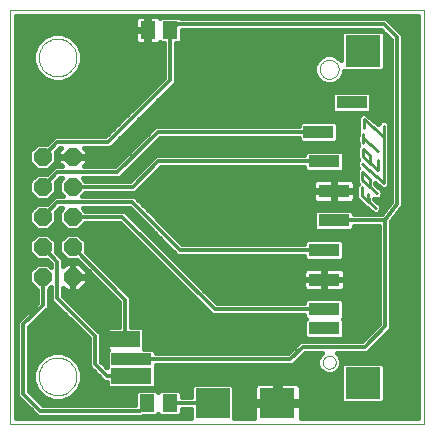
<source format=gtl>
G75*
G70*
%OFA0B0*%
%FSLAX24Y24*%
%IPPOS*%
%LPD*%
%AMOC8*
5,1,8,0,0,1.08239X$1,22.5*
%
%ADD10C,0.0000*%
%ADD11R,0.0512X0.0591*%
%ADD12R,0.1181X0.1063*%
%ADD13R,0.1043X0.0433*%
%ADD14R,0.1378X0.0551*%
%ADD15R,0.1378X0.0394*%
%ADD16R,0.0984X0.0551*%
%ADD17OC8,0.0600*%
%ADD18R,0.1181X0.0984*%
%ADD19C,0.0160*%
%ADD20C,0.0100*%
%ADD21C,0.0120*%
D10*
X000377Y000377D02*
X014156Y000377D01*
X014156Y014156D01*
X000377Y014156D01*
X000377Y000377D01*
X001322Y001952D02*
X001324Y002002D01*
X001330Y002052D01*
X001340Y002101D01*
X001354Y002149D01*
X001371Y002196D01*
X001392Y002241D01*
X001417Y002285D01*
X001445Y002326D01*
X001477Y002365D01*
X001511Y002402D01*
X001548Y002436D01*
X001588Y002466D01*
X001630Y002493D01*
X001674Y002517D01*
X001720Y002538D01*
X001767Y002554D01*
X001815Y002567D01*
X001865Y002576D01*
X001914Y002581D01*
X001965Y002582D01*
X002015Y002579D01*
X002064Y002572D01*
X002113Y002561D01*
X002161Y002546D01*
X002207Y002528D01*
X002252Y002506D01*
X002295Y002480D01*
X002336Y002451D01*
X002375Y002419D01*
X002411Y002384D01*
X002443Y002346D01*
X002473Y002306D01*
X002500Y002263D01*
X002523Y002219D01*
X002542Y002173D01*
X002558Y002125D01*
X002570Y002076D01*
X002578Y002027D01*
X002582Y001977D01*
X002582Y001927D01*
X002578Y001877D01*
X002570Y001828D01*
X002558Y001779D01*
X002542Y001731D01*
X002523Y001685D01*
X002500Y001641D01*
X002473Y001598D01*
X002443Y001558D01*
X002411Y001520D01*
X002375Y001485D01*
X002336Y001453D01*
X002295Y001424D01*
X002252Y001398D01*
X002207Y001376D01*
X002161Y001358D01*
X002113Y001343D01*
X002064Y001332D01*
X002015Y001325D01*
X001965Y001322D01*
X001914Y001323D01*
X001865Y001328D01*
X001815Y001337D01*
X001767Y001350D01*
X001720Y001366D01*
X001674Y001387D01*
X001630Y001411D01*
X001588Y001438D01*
X001548Y001468D01*
X001511Y001502D01*
X001477Y001539D01*
X001445Y001578D01*
X001417Y001619D01*
X001392Y001663D01*
X001371Y001708D01*
X001354Y001755D01*
X001340Y001803D01*
X001330Y001852D01*
X001324Y001902D01*
X001322Y001952D01*
X010790Y002424D02*
X010792Y002453D01*
X010798Y002481D01*
X010807Y002509D01*
X010820Y002535D01*
X010837Y002558D01*
X010856Y002580D01*
X010878Y002599D01*
X010903Y002614D01*
X010929Y002627D01*
X010957Y002635D01*
X010985Y002640D01*
X011014Y002641D01*
X011043Y002638D01*
X011071Y002631D01*
X011098Y002621D01*
X011124Y002607D01*
X011147Y002590D01*
X011168Y002570D01*
X011186Y002547D01*
X011201Y002522D01*
X011212Y002495D01*
X011220Y002467D01*
X011224Y002438D01*
X011224Y002410D01*
X011220Y002381D01*
X011212Y002353D01*
X011201Y002326D01*
X011186Y002301D01*
X011168Y002278D01*
X011147Y002258D01*
X011124Y002241D01*
X011098Y002227D01*
X011071Y002217D01*
X011043Y002210D01*
X011014Y002207D01*
X010985Y002208D01*
X010957Y002213D01*
X010929Y002221D01*
X010903Y002234D01*
X010878Y002249D01*
X010856Y002268D01*
X010837Y002290D01*
X010820Y002313D01*
X010807Y002339D01*
X010798Y002367D01*
X010792Y002395D01*
X010790Y002424D01*
X010692Y012188D02*
X010694Y012223D01*
X010700Y012258D01*
X010710Y012292D01*
X010723Y012325D01*
X010740Y012356D01*
X010761Y012384D01*
X010784Y012411D01*
X010811Y012434D01*
X010839Y012455D01*
X010870Y012472D01*
X010903Y012485D01*
X010937Y012495D01*
X010972Y012501D01*
X011007Y012503D01*
X011042Y012501D01*
X011077Y012495D01*
X011111Y012485D01*
X011144Y012472D01*
X011175Y012455D01*
X011203Y012434D01*
X011230Y012411D01*
X011253Y012384D01*
X011274Y012356D01*
X011291Y012325D01*
X011304Y012292D01*
X011314Y012258D01*
X011320Y012223D01*
X011322Y012188D01*
X011320Y012153D01*
X011314Y012118D01*
X011304Y012084D01*
X011291Y012051D01*
X011274Y012020D01*
X011253Y011992D01*
X011230Y011965D01*
X011203Y011942D01*
X011175Y011921D01*
X011144Y011904D01*
X011111Y011891D01*
X011077Y011881D01*
X011042Y011875D01*
X011007Y011873D01*
X010972Y011875D01*
X010937Y011881D01*
X010903Y011891D01*
X010870Y011904D01*
X010839Y011921D01*
X010811Y011942D01*
X010784Y011965D01*
X010761Y011992D01*
X010740Y012020D01*
X010723Y012051D01*
X010710Y012084D01*
X010700Y012118D01*
X010694Y012153D01*
X010692Y012188D01*
X001322Y012582D02*
X001324Y012632D01*
X001330Y012682D01*
X001340Y012731D01*
X001354Y012779D01*
X001371Y012826D01*
X001392Y012871D01*
X001417Y012915D01*
X001445Y012956D01*
X001477Y012995D01*
X001511Y013032D01*
X001548Y013066D01*
X001588Y013096D01*
X001630Y013123D01*
X001674Y013147D01*
X001720Y013168D01*
X001767Y013184D01*
X001815Y013197D01*
X001865Y013206D01*
X001914Y013211D01*
X001965Y013212D01*
X002015Y013209D01*
X002064Y013202D01*
X002113Y013191D01*
X002161Y013176D01*
X002207Y013158D01*
X002252Y013136D01*
X002295Y013110D01*
X002336Y013081D01*
X002375Y013049D01*
X002411Y013014D01*
X002443Y012976D01*
X002473Y012936D01*
X002500Y012893D01*
X002523Y012849D01*
X002542Y012803D01*
X002558Y012755D01*
X002570Y012706D01*
X002578Y012657D01*
X002582Y012607D01*
X002582Y012557D01*
X002578Y012507D01*
X002570Y012458D01*
X002558Y012409D01*
X002542Y012361D01*
X002523Y012315D01*
X002500Y012271D01*
X002473Y012228D01*
X002443Y012188D01*
X002411Y012150D01*
X002375Y012115D01*
X002336Y012083D01*
X002295Y012054D01*
X002252Y012028D01*
X002207Y012006D01*
X002161Y011988D01*
X002113Y011973D01*
X002064Y011962D01*
X002015Y011955D01*
X001965Y011952D01*
X001914Y011953D01*
X001865Y011958D01*
X001815Y011967D01*
X001767Y011980D01*
X001720Y011996D01*
X001674Y012017D01*
X001630Y012041D01*
X001588Y012068D01*
X001548Y012098D01*
X001511Y012132D01*
X001477Y012169D01*
X001445Y012208D01*
X001417Y012249D01*
X001392Y012293D01*
X001371Y012338D01*
X001354Y012385D01*
X001340Y012433D01*
X001330Y012482D01*
X001324Y012532D01*
X001322Y012582D01*
D11*
X004957Y013500D03*
X005705Y013500D03*
X005688Y001064D03*
X004940Y001064D03*
D12*
X012129Y001735D03*
X012129Y012798D03*
D13*
X011749Y011086D03*
X010647Y010101D03*
X010843Y009117D03*
X011158Y008133D03*
X011158Y007149D03*
X010843Y006164D03*
X010843Y005180D03*
X010843Y004196D03*
X010843Y003556D03*
D14*
X004412Y001971D03*
D15*
X004412Y002523D03*
D16*
X004215Y003192D03*
D17*
X002452Y005267D03*
X002452Y006267D03*
X002452Y007267D03*
X002452Y008267D03*
X002452Y009267D03*
X001452Y009267D03*
X001452Y008267D03*
X001452Y007267D03*
X001452Y006267D03*
X001452Y005267D03*
D18*
X007116Y001064D03*
X009281Y001064D03*
D19*
X009201Y001011D02*
X007847Y001011D01*
X007847Y000852D02*
X008511Y000852D01*
X008511Y000984D02*
X008511Y000557D01*
X007847Y000557D01*
X007847Y001614D01*
X007765Y001696D01*
X006467Y001696D01*
X006385Y001614D01*
X006385Y001264D01*
X006084Y001264D01*
X006084Y001418D01*
X006002Y001500D01*
X005374Y001500D01*
X005314Y001440D01*
X005254Y001500D01*
X004626Y001500D01*
X004544Y001418D01*
X004544Y001014D01*
X001460Y001014D01*
X001014Y001460D01*
X001014Y003607D01*
X001534Y004127D01*
X001652Y004244D01*
X001652Y004844D01*
X001739Y004932D01*
X001739Y004482D01*
X002989Y003232D01*
X002989Y002294D01*
X003107Y002177D01*
X003512Y001771D01*
X003583Y001771D01*
X003583Y001638D01*
X003665Y001556D01*
X005159Y001556D01*
X005241Y001638D01*
X005241Y002323D01*
X009793Y002323D01*
X009910Y002440D01*
X010210Y002739D01*
X010761Y002739D01*
X010671Y002649D01*
X010610Y002503D01*
X010610Y002345D01*
X010671Y002199D01*
X010782Y002088D01*
X010928Y002028D01*
X011086Y002028D01*
X011231Y002088D01*
X011343Y002199D01*
X011403Y002345D01*
X011403Y002503D01*
X011343Y002649D01*
X011252Y002739D01*
X012272Y002739D01*
X013077Y003544D01*
X013077Y007121D01*
X013079Y007124D01*
X013412Y007557D01*
X013461Y007607D01*
X013461Y007621D01*
X013470Y007633D01*
X013461Y007702D01*
X013461Y013335D01*
X013024Y013772D01*
X012907Y013889D01*
X006065Y013889D01*
X006019Y013936D01*
X005391Y013936D01*
X005358Y013903D01*
X005357Y013906D01*
X005323Y013940D01*
X005282Y013963D01*
X005236Y013976D01*
X005005Y013976D01*
X005005Y013548D01*
X004909Y013548D01*
X004909Y013452D01*
X005005Y013452D01*
X005005Y013025D01*
X005236Y013025D01*
X005282Y013037D01*
X005323Y013061D01*
X005357Y013095D01*
X005358Y013098D01*
X005391Y013065D01*
X005505Y013065D01*
X005505Y011912D01*
X003544Y009952D01*
X001854Y009952D01*
X001609Y009707D01*
X001269Y009707D01*
X001012Y009449D01*
X001012Y009084D01*
X001269Y008827D01*
X001634Y008827D01*
X001892Y009084D01*
X001892Y009424D01*
X002020Y009552D01*
X002058Y009552D01*
X001972Y009465D01*
X001972Y009287D01*
X002432Y009287D01*
X002432Y009247D01*
X001972Y009247D01*
X001972Y009068D01*
X002088Y008952D01*
X001854Y008952D01*
X001737Y008835D01*
X001609Y008707D01*
X001269Y008707D01*
X001012Y008449D01*
X001012Y008084D01*
X001269Y007827D01*
X001634Y007827D01*
X001892Y008084D01*
X001892Y008424D01*
X002020Y008552D01*
X002115Y008552D01*
X002012Y008449D01*
X002012Y008084D01*
X002144Y007952D01*
X001854Y007952D01*
X001737Y007835D01*
X001609Y007707D01*
X001269Y007707D01*
X001012Y007449D01*
X001012Y007084D01*
X001269Y006827D01*
X001634Y006827D01*
X001892Y007084D01*
X001892Y007424D01*
X002020Y007552D01*
X002115Y007552D01*
X002012Y007449D01*
X002012Y007084D01*
X002269Y006827D01*
X002634Y006827D01*
X002874Y007067D01*
X004029Y007067D01*
X007100Y003996D01*
X010182Y003996D01*
X010182Y003921D01*
X010227Y003876D01*
X010182Y003831D01*
X010182Y003281D01*
X010264Y003199D01*
X011423Y003199D01*
X011505Y003281D01*
X011505Y003831D01*
X011460Y003876D01*
X011505Y003921D01*
X011505Y004470D01*
X011423Y004552D01*
X010264Y004552D01*
X010182Y004470D01*
X010182Y004396D01*
X007266Y004396D01*
X004312Y007349D01*
X004195Y007467D01*
X002874Y007467D01*
X002789Y007552D01*
X004357Y007552D01*
X005827Y006081D01*
X005944Y005964D01*
X010182Y005964D01*
X010182Y005890D01*
X010264Y005808D01*
X011423Y005808D01*
X011505Y005890D01*
X011505Y006439D01*
X011423Y006521D01*
X010264Y006521D01*
X010182Y006439D01*
X010182Y006364D01*
X006110Y006364D01*
X004522Y007952D01*
X002759Y007952D01*
X002874Y008067D01*
X004537Y008067D01*
X005387Y008917D01*
X010182Y008917D01*
X010182Y008842D01*
X010264Y008760D01*
X011423Y008760D01*
X011505Y008842D01*
X011505Y009392D01*
X011423Y009474D01*
X010264Y009474D01*
X010182Y009392D01*
X010182Y009317D01*
X005222Y009317D01*
X004371Y008467D01*
X002874Y008467D01*
X002789Y008552D01*
X004022Y008552D01*
X005372Y009901D01*
X009985Y009901D01*
X009985Y009827D01*
X010067Y009745D01*
X011226Y009745D01*
X011308Y009827D01*
X011308Y010376D01*
X011226Y010458D01*
X010067Y010458D01*
X009985Y010376D01*
X009985Y010301D01*
X005206Y010301D01*
X005089Y010184D01*
X003857Y008952D01*
X002816Y008952D01*
X002932Y009068D01*
X002932Y009247D01*
X002472Y009247D01*
X002472Y009287D01*
X002932Y009287D01*
X002932Y009465D01*
X002845Y009552D01*
X003710Y009552D01*
X003827Y009669D01*
X005787Y011630D01*
X005905Y011747D01*
X005905Y013065D01*
X006019Y013065D01*
X006101Y013147D01*
X006101Y013489D01*
X012741Y013489D01*
X012761Y013470D01*
X011480Y013470D01*
X011398Y013388D01*
X011398Y012496D01*
X011287Y012607D01*
X011105Y012683D01*
X010908Y012683D01*
X010726Y012607D01*
X010587Y012468D01*
X010512Y012286D01*
X010512Y012089D01*
X010587Y011908D01*
X010726Y011768D01*
X010908Y011693D01*
X011105Y011693D01*
X011287Y011768D01*
X011426Y011908D01*
X011502Y012089D01*
X011502Y012127D01*
X012777Y012127D01*
X012859Y012209D01*
X012859Y013371D01*
X013061Y013169D01*
X013061Y007757D01*
X012747Y007349D01*
X011820Y007349D01*
X011820Y007423D01*
X011738Y007505D01*
X010579Y007505D01*
X010497Y007423D01*
X010497Y006874D01*
X010579Y006792D01*
X011738Y006792D01*
X011820Y006874D01*
X011820Y006949D01*
X012677Y006949D01*
X012677Y003710D01*
X012107Y003139D01*
X010044Y003139D01*
X009927Y003022D01*
X009627Y002723D01*
X005241Y002723D01*
X005241Y002777D01*
X005159Y002859D01*
X004848Y002859D01*
X004848Y003525D01*
X004766Y003607D01*
X004415Y003607D01*
X004415Y004586D01*
X004298Y004703D01*
X002892Y006109D01*
X002892Y006449D01*
X002634Y006707D01*
X002269Y006707D01*
X002012Y006449D01*
X002012Y006084D01*
X002269Y005827D01*
X002609Y005827D01*
X004015Y004420D01*
X004015Y003607D01*
X003665Y003607D01*
X003583Y003525D01*
X003583Y002858D01*
X003624Y002818D01*
X003583Y002777D01*
X003583Y002266D01*
X003389Y002460D01*
X003389Y003397D01*
X003272Y003514D01*
X002139Y004647D01*
X002139Y004900D01*
X002253Y004787D01*
X002432Y004787D01*
X002432Y005247D01*
X002472Y005247D01*
X002472Y005287D01*
X002432Y005287D01*
X002432Y005747D01*
X002253Y005747D01*
X002139Y005633D01*
X002139Y005862D01*
X002022Y005979D01*
X001892Y006109D01*
X001892Y006449D01*
X001634Y006707D01*
X001269Y006707D01*
X001012Y006449D01*
X001012Y006084D01*
X001269Y005827D01*
X001609Y005827D01*
X001739Y005696D01*
X001739Y005601D01*
X001634Y005707D01*
X001269Y005707D01*
X001012Y005449D01*
X001012Y005084D01*
X001252Y004844D01*
X001252Y004409D01*
X000614Y003772D01*
X000614Y001294D01*
X000732Y001177D01*
X001177Y000732D01*
X001294Y000614D01*
X004773Y000614D01*
X004788Y000629D01*
X005254Y000629D01*
X005314Y000689D01*
X005374Y000629D01*
X006002Y000629D01*
X006084Y000711D01*
X006084Y000864D01*
X006385Y000864D01*
X006385Y000557D01*
X000557Y000557D01*
X000557Y013976D01*
X013976Y013976D01*
X013976Y000557D01*
X010052Y000557D01*
X010052Y000984D01*
X009361Y000984D01*
X009361Y001144D01*
X009201Y001144D01*
X009201Y000984D01*
X008511Y000984D01*
X008511Y001144D02*
X008511Y001580D01*
X008523Y001626D01*
X008547Y001667D01*
X008580Y001701D01*
X008621Y001724D01*
X008667Y001736D01*
X009201Y001736D01*
X009201Y001144D01*
X008511Y001144D01*
X008511Y001169D02*
X007847Y001169D01*
X007847Y001328D02*
X008511Y001328D01*
X008511Y001486D02*
X007847Y001486D01*
X007816Y001645D02*
X008534Y001645D01*
X009201Y001645D02*
X009361Y001645D01*
X009361Y001736D02*
X009361Y001144D01*
X010052Y001144D01*
X010052Y001580D01*
X010040Y001626D01*
X010016Y001667D01*
X009982Y001701D01*
X009941Y001724D01*
X009896Y001736D01*
X009361Y001736D01*
X009361Y001486D02*
X009201Y001486D01*
X009201Y001328D02*
X009361Y001328D01*
X009361Y001169D02*
X009201Y001169D01*
X009361Y001011D02*
X013976Y001011D01*
X013976Y000852D02*
X010052Y000852D01*
X010052Y000694D02*
X013976Y000694D01*
X013976Y001169D02*
X012859Y001169D01*
X012859Y001146D02*
X012777Y001064D01*
X011480Y001064D01*
X011398Y001146D01*
X011398Y002325D01*
X011480Y002407D01*
X012777Y002407D01*
X012859Y002325D01*
X012859Y001146D01*
X012859Y001328D02*
X013976Y001328D01*
X013976Y001486D02*
X012859Y001486D01*
X012859Y001645D02*
X013976Y001645D01*
X013976Y001803D02*
X012859Y001803D01*
X012859Y001962D02*
X013976Y001962D01*
X013976Y002120D02*
X012859Y002120D01*
X012859Y002279D02*
X013976Y002279D01*
X013976Y002437D02*
X011403Y002437D01*
X011398Y002279D02*
X011376Y002279D01*
X011398Y002120D02*
X011264Y002120D01*
X011398Y001962D02*
X005241Y001962D01*
X005241Y002120D02*
X010750Y002120D01*
X010638Y002279D02*
X005241Y002279D01*
X005241Y002754D02*
X009659Y002754D01*
X009818Y002913D02*
X004848Y002913D01*
X004848Y003071D02*
X009976Y003071D01*
X010233Y003230D02*
X004848Y003230D01*
X004848Y003388D02*
X010182Y003388D01*
X010182Y003547D02*
X004826Y003547D01*
X004415Y003705D02*
X010182Y003705D01*
X010215Y003864D02*
X004415Y003864D01*
X004415Y004022D02*
X007074Y004022D01*
X006915Y004181D02*
X004415Y004181D01*
X004415Y004339D02*
X006757Y004339D01*
X006598Y004498D02*
X004415Y004498D01*
X004345Y004656D02*
X006440Y004656D01*
X006281Y004815D02*
X004186Y004815D01*
X004028Y004973D02*
X006123Y004973D01*
X005964Y005132D02*
X003869Y005132D01*
X003711Y005290D02*
X005805Y005290D01*
X005647Y005449D02*
X003552Y005449D01*
X003394Y005607D02*
X005488Y005607D01*
X005330Y005766D02*
X003235Y005766D01*
X003077Y005924D02*
X005171Y005924D01*
X005013Y006083D02*
X002918Y006083D01*
X002892Y006241D02*
X004854Y006241D01*
X004696Y006400D02*
X002892Y006400D01*
X002782Y006558D02*
X004537Y006558D01*
X004379Y006717D02*
X000557Y006717D01*
X000557Y006875D02*
X001221Y006875D01*
X001062Y007034D02*
X000557Y007034D01*
X000557Y007192D02*
X001012Y007192D01*
X001012Y007351D02*
X000557Y007351D01*
X000557Y007509D02*
X001072Y007509D01*
X001231Y007668D02*
X000557Y007668D01*
X000557Y007826D02*
X001729Y007826D01*
X001792Y007985D02*
X002111Y007985D01*
X002012Y008143D02*
X001892Y008143D01*
X001892Y008302D02*
X002012Y008302D01*
X002023Y008460D02*
X001928Y008460D01*
X001680Y008777D02*
X000557Y008777D01*
X000557Y008619D02*
X001182Y008619D01*
X001023Y008460D02*
X000557Y008460D01*
X000557Y008302D02*
X001012Y008302D01*
X001012Y008143D02*
X000557Y008143D01*
X000557Y007985D02*
X001111Y007985D01*
X001977Y007509D02*
X002072Y007509D01*
X002012Y007351D02*
X001892Y007351D01*
X001892Y007192D02*
X002012Y007192D01*
X002062Y007034D02*
X001841Y007034D01*
X001683Y006875D02*
X002221Y006875D01*
X002121Y006558D02*
X001782Y006558D01*
X001892Y006400D02*
X002012Y006400D01*
X002012Y006241D02*
X001892Y006241D01*
X001918Y006083D02*
X002013Y006083D01*
X002077Y005924D02*
X002172Y005924D01*
X002139Y005766D02*
X002670Y005766D01*
X002650Y005747D02*
X002472Y005747D01*
X002472Y005287D01*
X002932Y005287D01*
X002932Y005465D01*
X002650Y005747D01*
X002790Y005607D02*
X002828Y005607D01*
X002932Y005449D02*
X002987Y005449D01*
X002932Y005290D02*
X003145Y005290D01*
X002932Y005247D02*
X002472Y005247D01*
X002472Y004787D01*
X002650Y004787D01*
X002932Y005068D01*
X002932Y005247D01*
X002932Y005132D02*
X003304Y005132D01*
X003462Y004973D02*
X002837Y004973D01*
X002679Y004815D02*
X003621Y004815D01*
X003779Y004656D02*
X002139Y004656D01*
X002139Y004815D02*
X002225Y004815D01*
X002432Y004815D02*
X002472Y004815D01*
X002472Y004973D02*
X002432Y004973D01*
X002432Y005132D02*
X002472Y005132D01*
X002472Y005290D02*
X002432Y005290D01*
X002432Y005449D02*
X002472Y005449D01*
X002472Y005607D02*
X002432Y005607D01*
X001739Y005607D02*
X001733Y005607D01*
X001670Y005766D02*
X000557Y005766D01*
X000557Y005924D02*
X001172Y005924D01*
X001013Y006083D02*
X000557Y006083D01*
X000557Y006241D02*
X001012Y006241D01*
X001012Y006400D02*
X000557Y006400D01*
X000557Y006558D02*
X001121Y006558D01*
X001170Y005607D02*
X000557Y005607D01*
X000557Y005449D02*
X001012Y005449D01*
X001012Y005290D02*
X000557Y005290D01*
X000557Y005132D02*
X001012Y005132D01*
X001123Y004973D02*
X000557Y004973D01*
X000557Y004815D02*
X001252Y004815D01*
X001252Y004656D02*
X000557Y004656D01*
X000557Y004498D02*
X001252Y004498D01*
X001182Y004339D02*
X000557Y004339D01*
X000557Y004181D02*
X001023Y004181D01*
X000865Y004022D02*
X000557Y004022D01*
X000557Y003864D02*
X000706Y003864D01*
X000614Y003705D02*
X000557Y003705D01*
X000557Y003547D02*
X000614Y003547D01*
X000614Y003388D02*
X000557Y003388D01*
X000557Y003230D02*
X000614Y003230D01*
X000614Y003071D02*
X000557Y003071D01*
X000557Y002913D02*
X000614Y002913D01*
X000614Y002754D02*
X000557Y002754D01*
X000557Y002596D02*
X000614Y002596D01*
X000614Y002437D02*
X000557Y002437D01*
X000557Y002279D02*
X000614Y002279D01*
X000614Y002120D02*
X000557Y002120D01*
X000557Y001962D02*
X000614Y001962D01*
X000614Y001803D02*
X000557Y001803D01*
X000557Y001645D02*
X000614Y001645D01*
X000614Y001486D02*
X000557Y001486D01*
X000557Y001328D02*
X000614Y001328D01*
X000557Y001169D02*
X000739Y001169D01*
X000898Y001011D02*
X000557Y001011D01*
X000557Y000852D02*
X001056Y000852D01*
X001215Y000694D02*
X000557Y000694D01*
X001146Y001328D02*
X001430Y001328D01*
X001493Y001265D02*
X001265Y001493D01*
X001142Y001791D01*
X001142Y002113D01*
X001265Y002410D01*
X001493Y002638D01*
X001791Y002762D01*
X002113Y002762D01*
X002410Y002638D01*
X002638Y002410D01*
X002762Y002113D01*
X002762Y001791D01*
X002638Y001493D01*
X002410Y001265D01*
X002113Y001142D01*
X001791Y001142D01*
X001493Y001265D01*
X001305Y001169D02*
X001724Y001169D01*
X002179Y001169D02*
X004544Y001169D01*
X004544Y001328D02*
X002473Y001328D01*
X002632Y001486D02*
X004613Y001486D01*
X005241Y001645D02*
X006416Y001645D01*
X006385Y001486D02*
X006016Y001486D01*
X006084Y001328D02*
X006385Y001328D01*
X006385Y000852D02*
X006084Y000852D01*
X006067Y000694D02*
X006385Y000694D01*
X005361Y001486D02*
X005268Y001486D01*
X005241Y001803D02*
X011398Y001803D01*
X011398Y001645D02*
X010029Y001645D01*
X010052Y001486D02*
X011398Y001486D01*
X011398Y001328D02*
X010052Y001328D01*
X010052Y001169D02*
X011398Y001169D01*
X010610Y002437D02*
X009908Y002437D01*
X010066Y002596D02*
X010649Y002596D01*
X011365Y002596D02*
X013976Y002596D01*
X013976Y002754D02*
X012287Y002754D01*
X012446Y002913D02*
X013976Y002913D01*
X013976Y003071D02*
X012604Y003071D01*
X012763Y003230D02*
X013976Y003230D01*
X013976Y003388D02*
X012921Y003388D01*
X013077Y003547D02*
X013976Y003547D01*
X013976Y003705D02*
X013077Y003705D01*
X013077Y003864D02*
X013976Y003864D01*
X013976Y004022D02*
X013077Y004022D01*
X013077Y004181D02*
X013976Y004181D01*
X013976Y004339D02*
X013077Y004339D01*
X013077Y004498D02*
X013976Y004498D01*
X013976Y004656D02*
X013077Y004656D01*
X013077Y004815D02*
X013976Y004815D01*
X013976Y004973D02*
X013077Y004973D01*
X013077Y005132D02*
X013976Y005132D01*
X013976Y005290D02*
X013077Y005290D01*
X013077Y005449D02*
X013976Y005449D01*
X013976Y005607D02*
X013077Y005607D01*
X013077Y005766D02*
X013976Y005766D01*
X013976Y005924D02*
X013077Y005924D01*
X013077Y006083D02*
X013976Y006083D01*
X013976Y006241D02*
X013077Y006241D01*
X013077Y006400D02*
X013976Y006400D01*
X013976Y006558D02*
X013077Y006558D01*
X013077Y006717D02*
X013976Y006717D01*
X013976Y006875D02*
X013077Y006875D01*
X013077Y007034D02*
X013976Y007034D01*
X013976Y007192D02*
X013131Y007192D01*
X013079Y007124D02*
X013079Y007124D01*
X013253Y007351D02*
X013976Y007351D01*
X013976Y007509D02*
X013375Y007509D01*
X013466Y007668D02*
X013976Y007668D01*
X013976Y007826D02*
X013461Y007826D01*
X013461Y007985D02*
X013976Y007985D01*
X013976Y008143D02*
X013461Y008143D01*
X013461Y008302D02*
X013976Y008302D01*
X013976Y008460D02*
X013461Y008460D01*
X013461Y008619D02*
X013976Y008619D01*
X013976Y008777D02*
X013461Y008777D01*
X013461Y008936D02*
X013976Y008936D01*
X013976Y009094D02*
X013461Y009094D01*
X013461Y009253D02*
X013976Y009253D01*
X013976Y009411D02*
X013461Y009411D01*
X013461Y009570D02*
X013976Y009570D01*
X013976Y009728D02*
X013461Y009728D01*
X013461Y009887D02*
X013976Y009887D01*
X013976Y010045D02*
X013461Y010045D01*
X013461Y010204D02*
X013976Y010204D01*
X013976Y010362D02*
X013461Y010362D01*
X013461Y010521D02*
X013976Y010521D01*
X013976Y010679D02*
X013461Y010679D01*
X013461Y010838D02*
X013976Y010838D01*
X013976Y010996D02*
X013461Y010996D01*
X013461Y011155D02*
X013976Y011155D01*
X013976Y011313D02*
X013461Y011313D01*
X013461Y011472D02*
X013976Y011472D01*
X013976Y011630D02*
X013461Y011630D01*
X013461Y011789D02*
X013976Y011789D01*
X013976Y011947D02*
X013461Y011947D01*
X013461Y012106D02*
X013976Y012106D01*
X013976Y012264D02*
X013461Y012264D01*
X013461Y012423D02*
X013976Y012423D01*
X013976Y012581D02*
X013461Y012581D01*
X013461Y012740D02*
X013976Y012740D01*
X013976Y012898D02*
X013461Y012898D01*
X013461Y013057D02*
X013976Y013057D01*
X013976Y013215D02*
X013461Y013215D01*
X013422Y013374D02*
X013976Y013374D01*
X013976Y013532D02*
X013264Y013532D01*
X013105Y013691D02*
X013976Y013691D01*
X013976Y013849D02*
X012947Y013849D01*
X013015Y013215D02*
X012859Y013215D01*
X012859Y013057D02*
X013061Y013057D01*
X013061Y012898D02*
X012859Y012898D01*
X012859Y012740D02*
X013061Y012740D01*
X013061Y012581D02*
X012859Y012581D01*
X012859Y012423D02*
X013061Y012423D01*
X013061Y012264D02*
X012859Y012264D01*
X013061Y012106D02*
X011502Y012106D01*
X011443Y011947D02*
X013061Y011947D01*
X013061Y011789D02*
X011308Y011789D01*
X011169Y011442D02*
X011087Y011360D01*
X011087Y010811D01*
X011169Y010729D01*
X012329Y010729D01*
X012411Y010811D01*
X012411Y011360D01*
X012329Y011442D01*
X011169Y011442D01*
X011087Y011313D02*
X005471Y011313D01*
X005313Y011155D02*
X011087Y011155D01*
X011087Y010996D02*
X005154Y010996D01*
X004996Y010838D02*
X011087Y010838D01*
X011308Y010362D02*
X011960Y010362D01*
X011960Y010204D02*
X011308Y010204D01*
X011308Y010045D02*
X011953Y010045D01*
X011949Y009989D02*
X011960Y010129D01*
X011972Y010139D01*
X011959Y010151D01*
X011960Y010525D01*
X011956Y010598D01*
X011960Y010603D01*
X011960Y010610D01*
X012012Y010661D01*
X012060Y010716D01*
X012067Y010716D01*
X012071Y010721D01*
X012145Y010721D01*
X012218Y010725D01*
X012222Y010721D01*
X012229Y010721D01*
X012280Y010669D01*
X012628Y010360D01*
X012627Y010380D01*
X012738Y010493D01*
X012895Y010494D01*
X013007Y010384D01*
X013011Y010011D01*
X013012Y010011D01*
X013012Y009937D01*
X013016Y009864D01*
X013013Y009860D01*
X013013Y009855D01*
X013012Y009854D01*
X013012Y008397D01*
X013016Y008324D01*
X013012Y008319D01*
X013012Y008313D01*
X012960Y008261D01*
X012912Y008206D01*
X012905Y008206D01*
X012901Y008201D01*
X012828Y008201D01*
X012755Y008197D01*
X012750Y008201D01*
X012743Y008201D01*
X012692Y008253D01*
X012542Y008387D01*
X012542Y008360D01*
X012779Y008149D01*
X012788Y007992D01*
X012683Y007874D01*
X012526Y007865D01*
X012511Y007879D01*
X012512Y007850D01*
X012512Y007850D01*
X012512Y007850D01*
X012736Y007651D01*
X012746Y007494D01*
X012641Y007376D01*
X012484Y007367D01*
X012144Y007670D01*
X012142Y007671D01*
X012142Y007671D01*
X012031Y007771D01*
X012024Y007771D01*
X011973Y007822D01*
X011918Y007871D01*
X011918Y007877D01*
X011913Y007882D01*
X011913Y007955D01*
X011909Y008028D01*
X011913Y008033D01*
X011914Y008331D01*
X011956Y008373D01*
X011923Y008402D01*
X011923Y008410D01*
X011917Y008415D01*
X011918Y008487D01*
X011914Y008560D01*
X011919Y008565D01*
X011920Y008753D01*
X011916Y008825D01*
X011921Y008831D01*
X011921Y008838D01*
X011973Y008889D01*
X011975Y008892D01*
X011928Y008934D01*
X011919Y009091D01*
X011978Y009157D01*
X011949Y009183D01*
X011948Y009190D01*
X011943Y009196D01*
X011944Y009268D01*
X011940Y009340D01*
X011945Y009346D01*
X011946Y009534D01*
X011942Y009606D01*
X011947Y009611D01*
X011947Y009619D01*
X011966Y009637D01*
X011958Y009644D01*
X011947Y009820D01*
X011947Y009820D01*
X011947Y009836D01*
X011937Y009847D01*
X011942Y009912D01*
X011938Y009978D01*
X011949Y009989D01*
X011940Y009887D02*
X011308Y009887D01*
X011485Y009411D02*
X011945Y009411D01*
X011944Y009253D02*
X011505Y009253D01*
X011505Y009094D02*
X011922Y009094D01*
X011928Y008936D02*
X011505Y008936D01*
X011440Y008777D02*
X011919Y008777D01*
X011919Y008619D02*
X005089Y008619D01*
X005248Y008777D02*
X010247Y008777D01*
X010526Y008493D02*
X010493Y008460D01*
X010469Y008419D01*
X010457Y008373D01*
X010457Y008161D01*
X011130Y008161D01*
X011130Y008104D01*
X011187Y008104D01*
X011187Y008161D01*
X011860Y008161D01*
X011860Y008373D01*
X011848Y008419D01*
X011824Y008460D01*
X011791Y008493D01*
X011749Y008517D01*
X011704Y008529D01*
X011187Y008529D01*
X011187Y008161D01*
X011130Y008161D01*
X011130Y008529D01*
X010613Y008529D01*
X010567Y008517D01*
X010526Y008493D01*
X010493Y008460D02*
X004931Y008460D01*
X004772Y008302D02*
X010457Y008302D01*
X010457Y008104D02*
X010457Y007893D01*
X010469Y007847D01*
X010493Y007806D01*
X010526Y007772D01*
X010567Y007748D01*
X010613Y007736D01*
X011130Y007736D01*
X011130Y008104D01*
X010457Y008104D01*
X010457Y007985D02*
X002792Y007985D01*
X002831Y007509D02*
X004399Y007509D01*
X004311Y007351D02*
X004557Y007351D01*
X004469Y007192D02*
X004716Y007192D01*
X004628Y007034D02*
X004874Y007034D01*
X004786Y006875D02*
X005033Y006875D01*
X004945Y006717D02*
X005191Y006717D01*
X005103Y006558D02*
X005350Y006558D01*
X005262Y006400D02*
X005508Y006400D01*
X005420Y006241D02*
X005667Y006241D01*
X005579Y006083D02*
X005825Y006083D01*
X005737Y005924D02*
X010182Y005924D01*
X010298Y005577D02*
X010252Y005564D01*
X010211Y005541D01*
X010178Y005507D01*
X010154Y005466D01*
X010142Y005420D01*
X010142Y005208D01*
X010815Y005208D01*
X010815Y005152D01*
X010142Y005152D01*
X010142Y004940D01*
X010154Y004894D01*
X010178Y004853D01*
X010211Y004819D01*
X010252Y004796D01*
X010298Y004783D01*
X010815Y004783D01*
X010815Y005152D01*
X010872Y005152D01*
X010872Y005208D01*
X011545Y005208D01*
X011545Y005420D01*
X011533Y005466D01*
X011509Y005507D01*
X011476Y005541D01*
X011435Y005564D01*
X011389Y005577D01*
X010872Y005577D01*
X010872Y005208D01*
X010815Y005208D01*
X010815Y005577D01*
X010298Y005577D01*
X010149Y005449D02*
X006213Y005449D01*
X006371Y005290D02*
X010142Y005290D01*
X010142Y005132D02*
X006530Y005132D01*
X006688Y004973D02*
X010142Y004973D01*
X010219Y004815D02*
X006847Y004815D01*
X007005Y004656D02*
X012677Y004656D01*
X012677Y004815D02*
X011468Y004815D01*
X011476Y004819D02*
X011509Y004853D01*
X011533Y004894D01*
X011545Y004940D01*
X011545Y005152D01*
X010872Y005152D01*
X010872Y004783D01*
X011389Y004783D01*
X011435Y004796D01*
X011476Y004819D01*
X011545Y004973D02*
X012677Y004973D01*
X012677Y005132D02*
X011545Y005132D01*
X011545Y005290D02*
X012677Y005290D01*
X012677Y005449D02*
X011537Y005449D01*
X011505Y005924D02*
X012677Y005924D01*
X012677Y005766D02*
X005896Y005766D01*
X006054Y005607D02*
X012677Y005607D01*
X012677Y006083D02*
X011505Y006083D01*
X011505Y006241D02*
X012677Y006241D01*
X012677Y006400D02*
X011505Y006400D01*
X011820Y006875D02*
X012677Y006875D01*
X012677Y006717D02*
X005757Y006717D01*
X005599Y006875D02*
X010497Y006875D01*
X010497Y007034D02*
X005440Y007034D01*
X005282Y007192D02*
X010497Y007192D01*
X010497Y007351D02*
X005123Y007351D01*
X004965Y007509D02*
X012324Y007509D01*
X012146Y007668D02*
X004806Y007668D01*
X004648Y007826D02*
X010481Y007826D01*
X011130Y007826D02*
X011187Y007826D01*
X011187Y007736D02*
X011704Y007736D01*
X011749Y007748D01*
X011791Y007772D01*
X011824Y007806D01*
X011848Y007847D01*
X011860Y007893D01*
X011860Y008104D01*
X011187Y008104D01*
X011187Y007736D01*
X011187Y007985D02*
X011130Y007985D01*
X011130Y008143D02*
X004614Y008143D01*
X004524Y008619D02*
X004089Y008619D01*
X004248Y008777D02*
X004682Y008777D01*
X004841Y008936D02*
X004406Y008936D01*
X004565Y009094D02*
X004999Y009094D01*
X005158Y009253D02*
X004723Y009253D01*
X004882Y009411D02*
X010202Y009411D01*
X009985Y009887D02*
X005357Y009887D01*
X005199Y009728D02*
X011953Y009728D01*
X011944Y009570D02*
X005040Y009570D01*
X004792Y009887D02*
X004045Y009887D01*
X004203Y010045D02*
X004950Y010045D01*
X005109Y010204D02*
X004362Y010204D01*
X004520Y010362D02*
X009985Y010362D01*
X010706Y011789D02*
X005905Y011789D01*
X005905Y011947D02*
X010571Y011947D01*
X010512Y012106D02*
X005905Y012106D01*
X005905Y012264D02*
X010512Y012264D01*
X010568Y012423D02*
X005905Y012423D01*
X005905Y012581D02*
X010700Y012581D01*
X011313Y012581D02*
X011398Y012581D01*
X011398Y012740D02*
X005905Y012740D01*
X005905Y012898D02*
X011398Y012898D01*
X011398Y013057D02*
X005905Y013057D01*
X006101Y013215D02*
X011398Y013215D01*
X011398Y013374D02*
X006101Y013374D01*
X005505Y013057D02*
X005316Y013057D01*
X005505Y012898D02*
X002697Y012898D01*
X002638Y013040D02*
X002410Y013268D01*
X002113Y013391D01*
X001791Y013391D01*
X001493Y013268D01*
X001265Y013040D01*
X001142Y012743D01*
X001142Y012420D01*
X001265Y012123D01*
X001493Y011895D01*
X001791Y011772D01*
X002113Y011772D01*
X002410Y011895D01*
X002638Y012123D01*
X002762Y012420D01*
X002762Y012743D01*
X002638Y013040D01*
X002622Y013057D02*
X004597Y013057D01*
X004590Y013061D02*
X004631Y013037D01*
X004677Y013025D01*
X004909Y013025D01*
X004909Y013452D01*
X004521Y013452D01*
X004521Y013181D01*
X004533Y013136D01*
X004557Y013095D01*
X004590Y013061D01*
X004521Y013215D02*
X002463Y013215D01*
X002155Y013374D02*
X004521Y013374D01*
X004521Y013548D02*
X004909Y013548D01*
X004909Y013976D01*
X004677Y013976D01*
X004631Y013963D01*
X004590Y013940D01*
X004557Y013906D01*
X004533Y013865D01*
X004521Y013819D01*
X004521Y013548D01*
X004521Y013691D02*
X000557Y013691D01*
X000557Y013849D02*
X004529Y013849D01*
X004909Y013849D02*
X005005Y013849D01*
X005005Y013691D02*
X004909Y013691D01*
X004909Y013532D02*
X000557Y013532D01*
X000557Y013374D02*
X001748Y013374D01*
X001440Y013215D02*
X000557Y013215D01*
X000557Y013057D02*
X001282Y013057D01*
X001206Y012898D02*
X000557Y012898D01*
X000557Y012740D02*
X001142Y012740D01*
X001142Y012581D02*
X000557Y012581D01*
X000557Y012423D02*
X001142Y012423D01*
X001206Y012264D02*
X000557Y012264D01*
X000557Y012106D02*
X001282Y012106D01*
X001440Y011947D02*
X000557Y011947D01*
X000557Y011789D02*
X001749Y011789D01*
X002154Y011789D02*
X005381Y011789D01*
X005505Y011947D02*
X002463Y011947D01*
X002621Y012106D02*
X005505Y012106D01*
X005505Y012264D02*
X002697Y012264D01*
X002762Y012423D02*
X005505Y012423D01*
X005505Y012581D02*
X002762Y012581D01*
X002762Y012740D02*
X005505Y012740D01*
X005005Y013057D02*
X004909Y013057D01*
X004909Y013215D02*
X005005Y013215D01*
X005005Y013374D02*
X004909Y013374D01*
X005223Y011630D02*
X000557Y011630D01*
X000557Y011472D02*
X005064Y011472D01*
X004906Y011313D02*
X000557Y011313D01*
X000557Y011155D02*
X004747Y011155D01*
X004589Y010996D02*
X000557Y010996D01*
X000557Y010838D02*
X004430Y010838D01*
X004272Y010679D02*
X000557Y010679D01*
X000557Y010521D02*
X004113Y010521D01*
X003955Y010362D02*
X000557Y010362D01*
X000557Y010204D02*
X003796Y010204D01*
X003638Y010045D02*
X000557Y010045D01*
X000557Y009887D02*
X001789Y009887D01*
X001631Y009728D02*
X000557Y009728D01*
X000557Y009570D02*
X001133Y009570D01*
X001012Y009411D02*
X000557Y009411D01*
X000557Y009253D02*
X001012Y009253D01*
X001012Y009094D02*
X000557Y009094D01*
X000557Y008936D02*
X001160Y008936D01*
X001743Y008936D02*
X001838Y008936D01*
X001892Y009094D02*
X001972Y009094D01*
X001892Y009253D02*
X002432Y009253D01*
X002472Y009253D02*
X004158Y009253D01*
X004316Y009411D02*
X002932Y009411D01*
X002932Y009094D02*
X003999Y009094D01*
X003728Y009570D02*
X004475Y009570D01*
X004633Y009728D02*
X003886Y009728D01*
X004679Y010521D02*
X011960Y010521D01*
X012028Y010679D02*
X004837Y010679D01*
X005630Y011472D02*
X013061Y011472D01*
X013061Y011313D02*
X012411Y011313D01*
X012411Y011155D02*
X013061Y011155D01*
X013061Y010996D02*
X012411Y010996D01*
X012411Y010838D02*
X013061Y010838D01*
X013061Y010679D02*
X012270Y010679D01*
X012446Y010521D02*
X013061Y010521D01*
X013061Y010362D02*
X013008Y010362D01*
X013009Y010204D02*
X013061Y010204D01*
X013061Y010045D02*
X013011Y010045D01*
X013015Y009887D02*
X013061Y009887D01*
X013061Y009728D02*
X013012Y009728D01*
X013012Y009570D02*
X013061Y009570D01*
X013061Y009411D02*
X013012Y009411D01*
X013012Y009253D02*
X013061Y009253D01*
X013061Y009094D02*
X013012Y009094D01*
X013012Y008936D02*
X013061Y008936D01*
X013061Y008777D02*
X013012Y008777D01*
X013012Y008619D02*
X013061Y008619D01*
X013061Y008460D02*
X013012Y008460D01*
X013001Y008302D02*
X013061Y008302D01*
X013061Y008143D02*
X012779Y008143D01*
X012637Y008302D02*
X012607Y008302D01*
X012781Y007985D02*
X013061Y007985D01*
X013061Y007826D02*
X012539Y007826D01*
X012717Y007668D02*
X012992Y007668D01*
X012871Y007509D02*
X012745Y007509D01*
X012749Y007351D02*
X011820Y007351D01*
X011836Y007826D02*
X011968Y007826D01*
X011912Y007985D02*
X011860Y007985D01*
X011914Y008143D02*
X011187Y008143D01*
X011187Y008302D02*
X011130Y008302D01*
X011130Y008460D02*
X011187Y008460D01*
X011823Y008460D02*
X011918Y008460D01*
X011914Y008302D02*
X011860Y008302D01*
X012677Y006558D02*
X005916Y006558D01*
X006074Y006400D02*
X010182Y006400D01*
X010815Y005449D02*
X010872Y005449D01*
X010872Y005290D02*
X010815Y005290D01*
X010815Y005132D02*
X010872Y005132D01*
X010872Y004973D02*
X010815Y004973D01*
X010815Y004815D02*
X010872Y004815D01*
X011477Y004498D02*
X012677Y004498D01*
X012677Y004339D02*
X011505Y004339D01*
X011505Y004181D02*
X012677Y004181D01*
X012677Y004022D02*
X011505Y004022D01*
X011472Y003864D02*
X012677Y003864D01*
X012673Y003705D02*
X011505Y003705D01*
X011505Y003547D02*
X012514Y003547D01*
X012356Y003388D02*
X011505Y003388D01*
X011453Y003230D02*
X012197Y003230D01*
X010209Y004498D02*
X007164Y004498D01*
X004220Y006875D02*
X002683Y006875D01*
X002841Y007034D02*
X004062Y007034D01*
X001972Y009411D02*
X001892Y009411D01*
X005788Y011630D02*
X013061Y011630D01*
X012628Y010362D02*
X012624Y010362D01*
X003938Y004498D02*
X002289Y004498D01*
X002447Y004339D02*
X004015Y004339D01*
X004015Y004181D02*
X002606Y004181D01*
X002764Y004022D02*
X004015Y004022D01*
X004015Y003864D02*
X002923Y003864D01*
X003081Y003705D02*
X004015Y003705D01*
X003605Y003547D02*
X003240Y003547D01*
X003389Y003388D02*
X003583Y003388D01*
X003583Y003230D02*
X003389Y003230D01*
X003389Y003071D02*
X003583Y003071D01*
X003583Y002913D02*
X003389Y002913D01*
X003389Y002754D02*
X003583Y002754D01*
X003583Y002596D02*
X003389Y002596D01*
X003412Y002437D02*
X003583Y002437D01*
X003570Y002279D02*
X003583Y002279D01*
X003322Y001962D02*
X002762Y001962D01*
X002758Y002120D02*
X003163Y002120D01*
X003005Y002279D02*
X002693Y002279D01*
X002611Y002437D02*
X002989Y002437D01*
X002989Y002596D02*
X002453Y002596D01*
X002130Y002754D02*
X002989Y002754D01*
X002989Y002913D02*
X001014Y002913D01*
X001014Y003071D02*
X002989Y003071D01*
X002989Y003230D02*
X001014Y003230D01*
X001014Y003388D02*
X002833Y003388D01*
X002674Y003547D02*
X001014Y003547D01*
X001113Y003705D02*
X002516Y003705D01*
X002357Y003864D02*
X001272Y003864D01*
X001430Y004022D02*
X002199Y004022D01*
X002040Y004181D02*
X001589Y004181D01*
X001652Y004339D02*
X001882Y004339D01*
X001739Y004498D02*
X001652Y004498D01*
X001652Y004656D02*
X001739Y004656D01*
X001739Y004815D02*
X001652Y004815D01*
X001773Y002754D02*
X001014Y002754D01*
X001014Y002596D02*
X001450Y002596D01*
X001292Y002437D02*
X001014Y002437D01*
X001014Y002279D02*
X001211Y002279D01*
X001145Y002120D02*
X001014Y002120D01*
X001014Y001962D02*
X001142Y001962D01*
X001142Y001803D02*
X001014Y001803D01*
X001014Y001645D02*
X001202Y001645D01*
X001272Y001486D02*
X001014Y001486D01*
X002701Y001645D02*
X003583Y001645D01*
X003480Y001803D02*
X002762Y001803D01*
X007847Y000694D02*
X008511Y000694D01*
D20*
X012551Y007561D02*
X012327Y007761D01*
X012311Y008043D01*
X012103Y007960D02*
X012327Y007761D01*
X012103Y007960D02*
X012104Y008252D01*
X012108Y008492D02*
X012351Y008276D01*
X012353Y008541D01*
X012110Y008758D01*
X012108Y008492D01*
X012351Y008276D02*
X012593Y008060D01*
X012822Y008391D02*
X012822Y009932D01*
X012818Y010304D01*
X012822Y009932D02*
X012150Y010531D01*
X012150Y010230D01*
X012143Y010034D02*
X012133Y009910D01*
X012618Y009478D01*
X012379Y009322D02*
X012377Y009056D01*
X012134Y009273D01*
X012136Y009538D01*
X012379Y009322D01*
X012618Y009176D02*
X012619Y008840D01*
X012377Y009056D01*
X012113Y009023D02*
X012822Y008391D01*
X012143Y009733D02*
X012133Y009910D01*
D21*
X010843Y009117D02*
X005305Y009117D01*
X004454Y008267D01*
X002452Y008267D01*
X001937Y007752D02*
X004439Y007752D01*
X006027Y006164D01*
X010843Y006164D01*
X011158Y007149D02*
X012845Y007149D01*
X012870Y007180D01*
X012877Y007173D01*
X012877Y003627D01*
X012189Y002939D01*
X010127Y002939D01*
X009710Y002523D01*
X004412Y002523D01*
X004412Y001971D02*
X003595Y001971D01*
X003189Y002377D01*
X003189Y003314D01*
X001939Y004564D01*
X001939Y005779D01*
X001452Y006267D01*
X001452Y007267D02*
X001937Y007752D01*
X002452Y007267D02*
X004112Y007267D01*
X007183Y004196D01*
X010843Y004196D01*
X012870Y007180D02*
X013261Y007689D01*
X013261Y013252D01*
X012824Y013689D01*
X005956Y013689D01*
X005705Y013500D01*
X005705Y011830D01*
X003627Y009752D01*
X001937Y009752D01*
X001452Y009267D01*
X001937Y008752D02*
X003939Y008752D01*
X005289Y010101D01*
X010647Y010101D01*
X004215Y004503D02*
X004215Y003192D01*
X004215Y004503D02*
X002452Y006267D01*
X001452Y005267D02*
X001452Y004327D01*
X000814Y003689D01*
X000814Y001377D01*
X001377Y000814D01*
X004690Y000814D01*
X004940Y001064D01*
X005688Y001064D02*
X007116Y001064D01*
X001452Y008267D02*
X001937Y008752D01*
M02*

</source>
